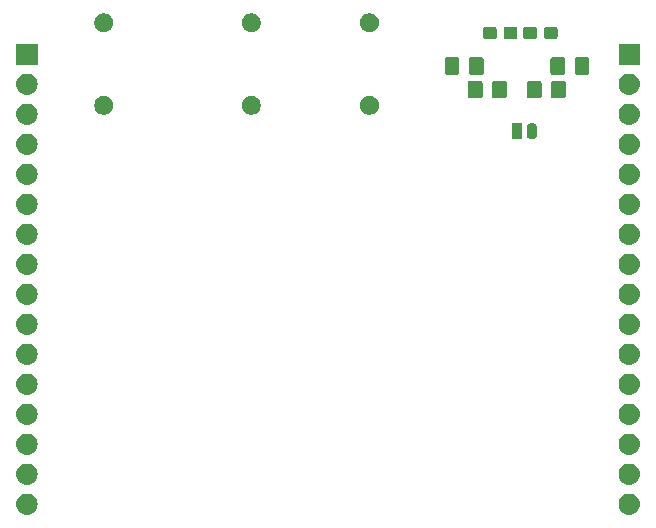
<source format=gbr>
%TF.GenerationSoftware,KiCad,Pcbnew,(5.0.2)-1*%
%TF.CreationDate,2020-07-31T09:38:14+02:00*%
%TF.ProjectId,Multimeter_Watch_Board_V1,4d756c74-696d-4657-9465-725f57617463,rev?*%
%TF.SameCoordinates,Original*%
%TF.FileFunction,Soldermask,Bot*%
%TF.FilePolarity,Negative*%
%FSLAX46Y46*%
G04 Gerber Fmt 4.6, Leading zero omitted, Abs format (unit mm)*
G04 Created by KiCad (PCBNEW (5.0.2)-1) date 31.7.2020 9:38:14*
%MOMM*%
%LPD*%
G01*
G04 APERTURE LIST*
%ADD10C,0.100000*%
G04 APERTURE END LIST*
D10*
G36*
X153176432Y-91213022D02*
X153346081Y-91264485D01*
X153502433Y-91348056D01*
X153639475Y-91460525D01*
X153751944Y-91597567D01*
X153835515Y-91753919D01*
X153886978Y-91923568D01*
X153904354Y-92100000D01*
X153886978Y-92276432D01*
X153835515Y-92446081D01*
X153751944Y-92602433D01*
X153639475Y-92739475D01*
X153502433Y-92851944D01*
X153346081Y-92935515D01*
X153176432Y-92986978D01*
X153044211Y-93000000D01*
X152955789Y-93000000D01*
X152823568Y-92986978D01*
X152653919Y-92935515D01*
X152497567Y-92851944D01*
X152360525Y-92739475D01*
X152248056Y-92602433D01*
X152164485Y-92446081D01*
X152113022Y-92276432D01*
X152095646Y-92100000D01*
X152113022Y-91923568D01*
X152164485Y-91753919D01*
X152248056Y-91597567D01*
X152360525Y-91460525D01*
X152497567Y-91348056D01*
X152653919Y-91264485D01*
X152823568Y-91213022D01*
X152955789Y-91200000D01*
X153044211Y-91200000D01*
X153176432Y-91213022D01*
X153176432Y-91213022D01*
G37*
G36*
X102176432Y-91213022D02*
X102346081Y-91264485D01*
X102502433Y-91348056D01*
X102639475Y-91460525D01*
X102751944Y-91597567D01*
X102835515Y-91753919D01*
X102886978Y-91923568D01*
X102904354Y-92100000D01*
X102886978Y-92276432D01*
X102835515Y-92446081D01*
X102751944Y-92602433D01*
X102639475Y-92739475D01*
X102502433Y-92851944D01*
X102346081Y-92935515D01*
X102176432Y-92986978D01*
X102044211Y-93000000D01*
X101955789Y-93000000D01*
X101823568Y-92986978D01*
X101653919Y-92935515D01*
X101497567Y-92851944D01*
X101360525Y-92739475D01*
X101248056Y-92602433D01*
X101164485Y-92446081D01*
X101113022Y-92276432D01*
X101095646Y-92100000D01*
X101113022Y-91923568D01*
X101164485Y-91753919D01*
X101248056Y-91597567D01*
X101360525Y-91460525D01*
X101497567Y-91348056D01*
X101653919Y-91264485D01*
X101823568Y-91213022D01*
X101955789Y-91200000D01*
X102044211Y-91200000D01*
X102176432Y-91213022D01*
X102176432Y-91213022D01*
G37*
G36*
X153176432Y-88673022D02*
X153346081Y-88724485D01*
X153502433Y-88808056D01*
X153639475Y-88920525D01*
X153751944Y-89057567D01*
X153835515Y-89213919D01*
X153886978Y-89383568D01*
X153904354Y-89560000D01*
X153886978Y-89736432D01*
X153835515Y-89906081D01*
X153751944Y-90062433D01*
X153639475Y-90199475D01*
X153502433Y-90311944D01*
X153346081Y-90395515D01*
X153176432Y-90446978D01*
X153044211Y-90460000D01*
X152955789Y-90460000D01*
X152823568Y-90446978D01*
X152653919Y-90395515D01*
X152497567Y-90311944D01*
X152360525Y-90199475D01*
X152248056Y-90062433D01*
X152164485Y-89906081D01*
X152113022Y-89736432D01*
X152095646Y-89560000D01*
X152113022Y-89383568D01*
X152164485Y-89213919D01*
X152248056Y-89057567D01*
X152360525Y-88920525D01*
X152497567Y-88808056D01*
X152653919Y-88724485D01*
X152823568Y-88673022D01*
X152955789Y-88660000D01*
X153044211Y-88660000D01*
X153176432Y-88673022D01*
X153176432Y-88673022D01*
G37*
G36*
X102176432Y-88673022D02*
X102346081Y-88724485D01*
X102502433Y-88808056D01*
X102639475Y-88920525D01*
X102751944Y-89057567D01*
X102835515Y-89213919D01*
X102886978Y-89383568D01*
X102904354Y-89560000D01*
X102886978Y-89736432D01*
X102835515Y-89906081D01*
X102751944Y-90062433D01*
X102639475Y-90199475D01*
X102502433Y-90311944D01*
X102346081Y-90395515D01*
X102176432Y-90446978D01*
X102044211Y-90460000D01*
X101955789Y-90460000D01*
X101823568Y-90446978D01*
X101653919Y-90395515D01*
X101497567Y-90311944D01*
X101360525Y-90199475D01*
X101248056Y-90062433D01*
X101164485Y-89906081D01*
X101113022Y-89736432D01*
X101095646Y-89560000D01*
X101113022Y-89383568D01*
X101164485Y-89213919D01*
X101248056Y-89057567D01*
X101360525Y-88920525D01*
X101497567Y-88808056D01*
X101653919Y-88724485D01*
X101823568Y-88673022D01*
X101955789Y-88660000D01*
X102044211Y-88660000D01*
X102176432Y-88673022D01*
X102176432Y-88673022D01*
G37*
G36*
X153176432Y-86133022D02*
X153346081Y-86184485D01*
X153502433Y-86268056D01*
X153639475Y-86380525D01*
X153751944Y-86517567D01*
X153835515Y-86673919D01*
X153886978Y-86843568D01*
X153904354Y-87020000D01*
X153886978Y-87196432D01*
X153835515Y-87366081D01*
X153751944Y-87522433D01*
X153639475Y-87659475D01*
X153502433Y-87771944D01*
X153346081Y-87855515D01*
X153176432Y-87906978D01*
X153044211Y-87920000D01*
X152955789Y-87920000D01*
X152823568Y-87906978D01*
X152653919Y-87855515D01*
X152497567Y-87771944D01*
X152360525Y-87659475D01*
X152248056Y-87522433D01*
X152164485Y-87366081D01*
X152113022Y-87196432D01*
X152095646Y-87020000D01*
X152113022Y-86843568D01*
X152164485Y-86673919D01*
X152248056Y-86517567D01*
X152360525Y-86380525D01*
X152497567Y-86268056D01*
X152653919Y-86184485D01*
X152823568Y-86133022D01*
X152955789Y-86120000D01*
X153044211Y-86120000D01*
X153176432Y-86133022D01*
X153176432Y-86133022D01*
G37*
G36*
X102176432Y-86133022D02*
X102346081Y-86184485D01*
X102502433Y-86268056D01*
X102639475Y-86380525D01*
X102751944Y-86517567D01*
X102835515Y-86673919D01*
X102886978Y-86843568D01*
X102904354Y-87020000D01*
X102886978Y-87196432D01*
X102835515Y-87366081D01*
X102751944Y-87522433D01*
X102639475Y-87659475D01*
X102502433Y-87771944D01*
X102346081Y-87855515D01*
X102176432Y-87906978D01*
X102044211Y-87920000D01*
X101955789Y-87920000D01*
X101823568Y-87906978D01*
X101653919Y-87855515D01*
X101497567Y-87771944D01*
X101360525Y-87659475D01*
X101248056Y-87522433D01*
X101164485Y-87366081D01*
X101113022Y-87196432D01*
X101095646Y-87020000D01*
X101113022Y-86843568D01*
X101164485Y-86673919D01*
X101248056Y-86517567D01*
X101360525Y-86380525D01*
X101497567Y-86268056D01*
X101653919Y-86184485D01*
X101823568Y-86133022D01*
X101955789Y-86120000D01*
X102044211Y-86120000D01*
X102176432Y-86133022D01*
X102176432Y-86133022D01*
G37*
G36*
X102176432Y-83593022D02*
X102346081Y-83644485D01*
X102502433Y-83728056D01*
X102639475Y-83840525D01*
X102751944Y-83977567D01*
X102835515Y-84133919D01*
X102886978Y-84303568D01*
X102904354Y-84480000D01*
X102886978Y-84656432D01*
X102835515Y-84826081D01*
X102751944Y-84982433D01*
X102639475Y-85119475D01*
X102502433Y-85231944D01*
X102346081Y-85315515D01*
X102176432Y-85366978D01*
X102044211Y-85380000D01*
X101955789Y-85380000D01*
X101823568Y-85366978D01*
X101653919Y-85315515D01*
X101497567Y-85231944D01*
X101360525Y-85119475D01*
X101248056Y-84982433D01*
X101164485Y-84826081D01*
X101113022Y-84656432D01*
X101095646Y-84480000D01*
X101113022Y-84303568D01*
X101164485Y-84133919D01*
X101248056Y-83977567D01*
X101360525Y-83840525D01*
X101497567Y-83728056D01*
X101653919Y-83644485D01*
X101823568Y-83593022D01*
X101955789Y-83580000D01*
X102044211Y-83580000D01*
X102176432Y-83593022D01*
X102176432Y-83593022D01*
G37*
G36*
X153176432Y-83593022D02*
X153346081Y-83644485D01*
X153502433Y-83728056D01*
X153639475Y-83840525D01*
X153751944Y-83977567D01*
X153835515Y-84133919D01*
X153886978Y-84303568D01*
X153904354Y-84480000D01*
X153886978Y-84656432D01*
X153835515Y-84826081D01*
X153751944Y-84982433D01*
X153639475Y-85119475D01*
X153502433Y-85231944D01*
X153346081Y-85315515D01*
X153176432Y-85366978D01*
X153044211Y-85380000D01*
X152955789Y-85380000D01*
X152823568Y-85366978D01*
X152653919Y-85315515D01*
X152497567Y-85231944D01*
X152360525Y-85119475D01*
X152248056Y-84982433D01*
X152164485Y-84826081D01*
X152113022Y-84656432D01*
X152095646Y-84480000D01*
X152113022Y-84303568D01*
X152164485Y-84133919D01*
X152248056Y-83977567D01*
X152360525Y-83840525D01*
X152497567Y-83728056D01*
X152653919Y-83644485D01*
X152823568Y-83593022D01*
X152955789Y-83580000D01*
X153044211Y-83580000D01*
X153176432Y-83593022D01*
X153176432Y-83593022D01*
G37*
G36*
X102176432Y-81053022D02*
X102346081Y-81104485D01*
X102502433Y-81188056D01*
X102639475Y-81300525D01*
X102751944Y-81437567D01*
X102835515Y-81593919D01*
X102886978Y-81763568D01*
X102904354Y-81940000D01*
X102886978Y-82116432D01*
X102835515Y-82286081D01*
X102751944Y-82442433D01*
X102639475Y-82579475D01*
X102502433Y-82691944D01*
X102346081Y-82775515D01*
X102176432Y-82826978D01*
X102044211Y-82840000D01*
X101955789Y-82840000D01*
X101823568Y-82826978D01*
X101653919Y-82775515D01*
X101497567Y-82691944D01*
X101360525Y-82579475D01*
X101248056Y-82442433D01*
X101164485Y-82286081D01*
X101113022Y-82116432D01*
X101095646Y-81940000D01*
X101113022Y-81763568D01*
X101164485Y-81593919D01*
X101248056Y-81437567D01*
X101360525Y-81300525D01*
X101497567Y-81188056D01*
X101653919Y-81104485D01*
X101823568Y-81053022D01*
X101955789Y-81040000D01*
X102044211Y-81040000D01*
X102176432Y-81053022D01*
X102176432Y-81053022D01*
G37*
G36*
X153176432Y-81053022D02*
X153346081Y-81104485D01*
X153502433Y-81188056D01*
X153639475Y-81300525D01*
X153751944Y-81437567D01*
X153835515Y-81593919D01*
X153886978Y-81763568D01*
X153904354Y-81940000D01*
X153886978Y-82116432D01*
X153835515Y-82286081D01*
X153751944Y-82442433D01*
X153639475Y-82579475D01*
X153502433Y-82691944D01*
X153346081Y-82775515D01*
X153176432Y-82826978D01*
X153044211Y-82840000D01*
X152955789Y-82840000D01*
X152823568Y-82826978D01*
X152653919Y-82775515D01*
X152497567Y-82691944D01*
X152360525Y-82579475D01*
X152248056Y-82442433D01*
X152164485Y-82286081D01*
X152113022Y-82116432D01*
X152095646Y-81940000D01*
X152113022Y-81763568D01*
X152164485Y-81593919D01*
X152248056Y-81437567D01*
X152360525Y-81300525D01*
X152497567Y-81188056D01*
X152653919Y-81104485D01*
X152823568Y-81053022D01*
X152955789Y-81040000D01*
X153044211Y-81040000D01*
X153176432Y-81053022D01*
X153176432Y-81053022D01*
G37*
G36*
X102176432Y-78513022D02*
X102346081Y-78564485D01*
X102502433Y-78648056D01*
X102639475Y-78760525D01*
X102751944Y-78897567D01*
X102835515Y-79053919D01*
X102886978Y-79223568D01*
X102904354Y-79400000D01*
X102886978Y-79576432D01*
X102835515Y-79746081D01*
X102751944Y-79902433D01*
X102639475Y-80039475D01*
X102502433Y-80151944D01*
X102346081Y-80235515D01*
X102176432Y-80286978D01*
X102044211Y-80300000D01*
X101955789Y-80300000D01*
X101823568Y-80286978D01*
X101653919Y-80235515D01*
X101497567Y-80151944D01*
X101360525Y-80039475D01*
X101248056Y-79902433D01*
X101164485Y-79746081D01*
X101113022Y-79576432D01*
X101095646Y-79400000D01*
X101113022Y-79223568D01*
X101164485Y-79053919D01*
X101248056Y-78897567D01*
X101360525Y-78760525D01*
X101497567Y-78648056D01*
X101653919Y-78564485D01*
X101823568Y-78513022D01*
X101955789Y-78500000D01*
X102044211Y-78500000D01*
X102176432Y-78513022D01*
X102176432Y-78513022D01*
G37*
G36*
X153176432Y-78513022D02*
X153346081Y-78564485D01*
X153502433Y-78648056D01*
X153639475Y-78760525D01*
X153751944Y-78897567D01*
X153835515Y-79053919D01*
X153886978Y-79223568D01*
X153904354Y-79400000D01*
X153886978Y-79576432D01*
X153835515Y-79746081D01*
X153751944Y-79902433D01*
X153639475Y-80039475D01*
X153502433Y-80151944D01*
X153346081Y-80235515D01*
X153176432Y-80286978D01*
X153044211Y-80300000D01*
X152955789Y-80300000D01*
X152823568Y-80286978D01*
X152653919Y-80235515D01*
X152497567Y-80151944D01*
X152360525Y-80039475D01*
X152248056Y-79902433D01*
X152164485Y-79746081D01*
X152113022Y-79576432D01*
X152095646Y-79400000D01*
X152113022Y-79223568D01*
X152164485Y-79053919D01*
X152248056Y-78897567D01*
X152360525Y-78760525D01*
X152497567Y-78648056D01*
X152653919Y-78564485D01*
X152823568Y-78513022D01*
X152955789Y-78500000D01*
X153044211Y-78500000D01*
X153176432Y-78513022D01*
X153176432Y-78513022D01*
G37*
G36*
X153176432Y-75973022D02*
X153346081Y-76024485D01*
X153502433Y-76108056D01*
X153639475Y-76220525D01*
X153751944Y-76357567D01*
X153835515Y-76513919D01*
X153886978Y-76683568D01*
X153904354Y-76860000D01*
X153886978Y-77036432D01*
X153835515Y-77206081D01*
X153751944Y-77362433D01*
X153639475Y-77499475D01*
X153502433Y-77611944D01*
X153346081Y-77695515D01*
X153176432Y-77746978D01*
X153044211Y-77760000D01*
X152955789Y-77760000D01*
X152823568Y-77746978D01*
X152653919Y-77695515D01*
X152497567Y-77611944D01*
X152360525Y-77499475D01*
X152248056Y-77362433D01*
X152164485Y-77206081D01*
X152113022Y-77036432D01*
X152095646Y-76860000D01*
X152113022Y-76683568D01*
X152164485Y-76513919D01*
X152248056Y-76357567D01*
X152360525Y-76220525D01*
X152497567Y-76108056D01*
X152653919Y-76024485D01*
X152823568Y-75973022D01*
X152955789Y-75960000D01*
X153044211Y-75960000D01*
X153176432Y-75973022D01*
X153176432Y-75973022D01*
G37*
G36*
X102176432Y-75973022D02*
X102346081Y-76024485D01*
X102502433Y-76108056D01*
X102639475Y-76220525D01*
X102751944Y-76357567D01*
X102835515Y-76513919D01*
X102886978Y-76683568D01*
X102904354Y-76860000D01*
X102886978Y-77036432D01*
X102835515Y-77206081D01*
X102751944Y-77362433D01*
X102639475Y-77499475D01*
X102502433Y-77611944D01*
X102346081Y-77695515D01*
X102176432Y-77746978D01*
X102044211Y-77760000D01*
X101955789Y-77760000D01*
X101823568Y-77746978D01*
X101653919Y-77695515D01*
X101497567Y-77611944D01*
X101360525Y-77499475D01*
X101248056Y-77362433D01*
X101164485Y-77206081D01*
X101113022Y-77036432D01*
X101095646Y-76860000D01*
X101113022Y-76683568D01*
X101164485Y-76513919D01*
X101248056Y-76357567D01*
X101360525Y-76220525D01*
X101497567Y-76108056D01*
X101653919Y-76024485D01*
X101823568Y-75973022D01*
X101955789Y-75960000D01*
X102044211Y-75960000D01*
X102176432Y-75973022D01*
X102176432Y-75973022D01*
G37*
G36*
X153176432Y-73433022D02*
X153346081Y-73484485D01*
X153502433Y-73568056D01*
X153639475Y-73680525D01*
X153751944Y-73817567D01*
X153835515Y-73973919D01*
X153886978Y-74143568D01*
X153904354Y-74320000D01*
X153886978Y-74496432D01*
X153835515Y-74666081D01*
X153751944Y-74822433D01*
X153639475Y-74959475D01*
X153502433Y-75071944D01*
X153346081Y-75155515D01*
X153176432Y-75206978D01*
X153044211Y-75220000D01*
X152955789Y-75220000D01*
X152823568Y-75206978D01*
X152653919Y-75155515D01*
X152497567Y-75071944D01*
X152360525Y-74959475D01*
X152248056Y-74822433D01*
X152164485Y-74666081D01*
X152113022Y-74496432D01*
X152095646Y-74320000D01*
X152113022Y-74143568D01*
X152164485Y-73973919D01*
X152248056Y-73817567D01*
X152360525Y-73680525D01*
X152497567Y-73568056D01*
X152653919Y-73484485D01*
X152823568Y-73433022D01*
X152955789Y-73420000D01*
X153044211Y-73420000D01*
X153176432Y-73433022D01*
X153176432Y-73433022D01*
G37*
G36*
X102176432Y-73433022D02*
X102346081Y-73484485D01*
X102502433Y-73568056D01*
X102639475Y-73680525D01*
X102751944Y-73817567D01*
X102835515Y-73973919D01*
X102886978Y-74143568D01*
X102904354Y-74320000D01*
X102886978Y-74496432D01*
X102835515Y-74666081D01*
X102751944Y-74822433D01*
X102639475Y-74959475D01*
X102502433Y-75071944D01*
X102346081Y-75155515D01*
X102176432Y-75206978D01*
X102044211Y-75220000D01*
X101955789Y-75220000D01*
X101823568Y-75206978D01*
X101653919Y-75155515D01*
X101497567Y-75071944D01*
X101360525Y-74959475D01*
X101248056Y-74822433D01*
X101164485Y-74666081D01*
X101113022Y-74496432D01*
X101095646Y-74320000D01*
X101113022Y-74143568D01*
X101164485Y-73973919D01*
X101248056Y-73817567D01*
X101360525Y-73680525D01*
X101497567Y-73568056D01*
X101653919Y-73484485D01*
X101823568Y-73433022D01*
X101955789Y-73420000D01*
X102044211Y-73420000D01*
X102176432Y-73433022D01*
X102176432Y-73433022D01*
G37*
G36*
X153176432Y-70893022D02*
X153346081Y-70944485D01*
X153502433Y-71028056D01*
X153639475Y-71140525D01*
X153751944Y-71277567D01*
X153835515Y-71433919D01*
X153886978Y-71603568D01*
X153904354Y-71780000D01*
X153886978Y-71956432D01*
X153835515Y-72126081D01*
X153751944Y-72282433D01*
X153639475Y-72419475D01*
X153502433Y-72531944D01*
X153346081Y-72615515D01*
X153176432Y-72666978D01*
X153044211Y-72680000D01*
X152955789Y-72680000D01*
X152823568Y-72666978D01*
X152653919Y-72615515D01*
X152497567Y-72531944D01*
X152360525Y-72419475D01*
X152248056Y-72282433D01*
X152164485Y-72126081D01*
X152113022Y-71956432D01*
X152095646Y-71780000D01*
X152113022Y-71603568D01*
X152164485Y-71433919D01*
X152248056Y-71277567D01*
X152360525Y-71140525D01*
X152497567Y-71028056D01*
X152653919Y-70944485D01*
X152823568Y-70893022D01*
X152955789Y-70880000D01*
X153044211Y-70880000D01*
X153176432Y-70893022D01*
X153176432Y-70893022D01*
G37*
G36*
X102176432Y-70893022D02*
X102346081Y-70944485D01*
X102502433Y-71028056D01*
X102639475Y-71140525D01*
X102751944Y-71277567D01*
X102835515Y-71433919D01*
X102886978Y-71603568D01*
X102904354Y-71780000D01*
X102886978Y-71956432D01*
X102835515Y-72126081D01*
X102751944Y-72282433D01*
X102639475Y-72419475D01*
X102502433Y-72531944D01*
X102346081Y-72615515D01*
X102176432Y-72666978D01*
X102044211Y-72680000D01*
X101955789Y-72680000D01*
X101823568Y-72666978D01*
X101653919Y-72615515D01*
X101497567Y-72531944D01*
X101360525Y-72419475D01*
X101248056Y-72282433D01*
X101164485Y-72126081D01*
X101113022Y-71956432D01*
X101095646Y-71780000D01*
X101113022Y-71603568D01*
X101164485Y-71433919D01*
X101248056Y-71277567D01*
X101360525Y-71140525D01*
X101497567Y-71028056D01*
X101653919Y-70944485D01*
X101823568Y-70893022D01*
X101955789Y-70880000D01*
X102044211Y-70880000D01*
X102176432Y-70893022D01*
X102176432Y-70893022D01*
G37*
G36*
X153176432Y-68353022D02*
X153346081Y-68404485D01*
X153502433Y-68488056D01*
X153639475Y-68600525D01*
X153751944Y-68737567D01*
X153835515Y-68893919D01*
X153886978Y-69063568D01*
X153904354Y-69240000D01*
X153886978Y-69416432D01*
X153835515Y-69586081D01*
X153751944Y-69742433D01*
X153639475Y-69879475D01*
X153502433Y-69991944D01*
X153346081Y-70075515D01*
X153176432Y-70126978D01*
X153044211Y-70140000D01*
X152955789Y-70140000D01*
X152823568Y-70126978D01*
X152653919Y-70075515D01*
X152497567Y-69991944D01*
X152360525Y-69879475D01*
X152248056Y-69742433D01*
X152164485Y-69586081D01*
X152113022Y-69416432D01*
X152095646Y-69240000D01*
X152113022Y-69063568D01*
X152164485Y-68893919D01*
X152248056Y-68737567D01*
X152360525Y-68600525D01*
X152497567Y-68488056D01*
X152653919Y-68404485D01*
X152823568Y-68353022D01*
X152955789Y-68340000D01*
X153044211Y-68340000D01*
X153176432Y-68353022D01*
X153176432Y-68353022D01*
G37*
G36*
X102176432Y-68353022D02*
X102346081Y-68404485D01*
X102502433Y-68488056D01*
X102639475Y-68600525D01*
X102751944Y-68737567D01*
X102835515Y-68893919D01*
X102886978Y-69063568D01*
X102904354Y-69240000D01*
X102886978Y-69416432D01*
X102835515Y-69586081D01*
X102751944Y-69742433D01*
X102639475Y-69879475D01*
X102502433Y-69991944D01*
X102346081Y-70075515D01*
X102176432Y-70126978D01*
X102044211Y-70140000D01*
X101955789Y-70140000D01*
X101823568Y-70126978D01*
X101653919Y-70075515D01*
X101497567Y-69991944D01*
X101360525Y-69879475D01*
X101248056Y-69742433D01*
X101164485Y-69586081D01*
X101113022Y-69416432D01*
X101095646Y-69240000D01*
X101113022Y-69063568D01*
X101164485Y-68893919D01*
X101248056Y-68737567D01*
X101360525Y-68600525D01*
X101497567Y-68488056D01*
X101653919Y-68404485D01*
X101823568Y-68353022D01*
X101955789Y-68340000D01*
X102044211Y-68340000D01*
X102176432Y-68353022D01*
X102176432Y-68353022D01*
G37*
G36*
X153176432Y-65813022D02*
X153346081Y-65864485D01*
X153502433Y-65948056D01*
X153639475Y-66060525D01*
X153751944Y-66197567D01*
X153835515Y-66353919D01*
X153886978Y-66523568D01*
X153904354Y-66700000D01*
X153886978Y-66876432D01*
X153835515Y-67046081D01*
X153751944Y-67202433D01*
X153639475Y-67339475D01*
X153502433Y-67451944D01*
X153346081Y-67535515D01*
X153176432Y-67586978D01*
X153044211Y-67600000D01*
X152955789Y-67600000D01*
X152823568Y-67586978D01*
X152653919Y-67535515D01*
X152497567Y-67451944D01*
X152360525Y-67339475D01*
X152248056Y-67202433D01*
X152164485Y-67046081D01*
X152113022Y-66876432D01*
X152095646Y-66700000D01*
X152113022Y-66523568D01*
X152164485Y-66353919D01*
X152248056Y-66197567D01*
X152360525Y-66060525D01*
X152497567Y-65948056D01*
X152653919Y-65864485D01*
X152823568Y-65813022D01*
X152955789Y-65800000D01*
X153044211Y-65800000D01*
X153176432Y-65813022D01*
X153176432Y-65813022D01*
G37*
G36*
X102176432Y-65813022D02*
X102346081Y-65864485D01*
X102502433Y-65948056D01*
X102639475Y-66060525D01*
X102751944Y-66197567D01*
X102835515Y-66353919D01*
X102886978Y-66523568D01*
X102904354Y-66700000D01*
X102886978Y-66876432D01*
X102835515Y-67046081D01*
X102751944Y-67202433D01*
X102639475Y-67339475D01*
X102502433Y-67451944D01*
X102346081Y-67535515D01*
X102176432Y-67586978D01*
X102044211Y-67600000D01*
X101955789Y-67600000D01*
X101823568Y-67586978D01*
X101653919Y-67535515D01*
X101497567Y-67451944D01*
X101360525Y-67339475D01*
X101248056Y-67202433D01*
X101164485Y-67046081D01*
X101113022Y-66876432D01*
X101095646Y-66700000D01*
X101113022Y-66523568D01*
X101164485Y-66353919D01*
X101248056Y-66197567D01*
X101360525Y-66060525D01*
X101497567Y-65948056D01*
X101653919Y-65864485D01*
X101823568Y-65813022D01*
X101955789Y-65800000D01*
X102044211Y-65800000D01*
X102176432Y-65813022D01*
X102176432Y-65813022D01*
G37*
G36*
X153176432Y-63273022D02*
X153346081Y-63324485D01*
X153502433Y-63408056D01*
X153639475Y-63520525D01*
X153751944Y-63657567D01*
X153835515Y-63813919D01*
X153886978Y-63983568D01*
X153904354Y-64160000D01*
X153886978Y-64336432D01*
X153835515Y-64506081D01*
X153751944Y-64662433D01*
X153639475Y-64799475D01*
X153502433Y-64911944D01*
X153346081Y-64995515D01*
X153176432Y-65046978D01*
X153044211Y-65060000D01*
X152955789Y-65060000D01*
X152823568Y-65046978D01*
X152653919Y-64995515D01*
X152497567Y-64911944D01*
X152360525Y-64799475D01*
X152248056Y-64662433D01*
X152164485Y-64506081D01*
X152113022Y-64336432D01*
X152095646Y-64160000D01*
X152113022Y-63983568D01*
X152164485Y-63813919D01*
X152248056Y-63657567D01*
X152360525Y-63520525D01*
X152497567Y-63408056D01*
X152653919Y-63324485D01*
X152823568Y-63273022D01*
X152955789Y-63260000D01*
X153044211Y-63260000D01*
X153176432Y-63273022D01*
X153176432Y-63273022D01*
G37*
G36*
X102176432Y-63273022D02*
X102346081Y-63324485D01*
X102502433Y-63408056D01*
X102639475Y-63520525D01*
X102751944Y-63657567D01*
X102835515Y-63813919D01*
X102886978Y-63983568D01*
X102904354Y-64160000D01*
X102886978Y-64336432D01*
X102835515Y-64506081D01*
X102751944Y-64662433D01*
X102639475Y-64799475D01*
X102502433Y-64911944D01*
X102346081Y-64995515D01*
X102176432Y-65046978D01*
X102044211Y-65060000D01*
X101955789Y-65060000D01*
X101823568Y-65046978D01*
X101653919Y-64995515D01*
X101497567Y-64911944D01*
X101360525Y-64799475D01*
X101248056Y-64662433D01*
X101164485Y-64506081D01*
X101113022Y-64336432D01*
X101095646Y-64160000D01*
X101113022Y-63983568D01*
X101164485Y-63813919D01*
X101248056Y-63657567D01*
X101360525Y-63520525D01*
X101497567Y-63408056D01*
X101653919Y-63324485D01*
X101823568Y-63273022D01*
X101955789Y-63260000D01*
X102044211Y-63260000D01*
X102176432Y-63273022D01*
X102176432Y-63273022D01*
G37*
G36*
X153176432Y-60733022D02*
X153346081Y-60784485D01*
X153502433Y-60868056D01*
X153639475Y-60980525D01*
X153751944Y-61117567D01*
X153835515Y-61273919D01*
X153886978Y-61443568D01*
X153904354Y-61620000D01*
X153886978Y-61796432D01*
X153835515Y-61966081D01*
X153751944Y-62122433D01*
X153639475Y-62259475D01*
X153502433Y-62371944D01*
X153346081Y-62455515D01*
X153176432Y-62506978D01*
X153044211Y-62520000D01*
X152955789Y-62520000D01*
X152823568Y-62506978D01*
X152653919Y-62455515D01*
X152497567Y-62371944D01*
X152360525Y-62259475D01*
X152248056Y-62122433D01*
X152164485Y-61966081D01*
X152113022Y-61796432D01*
X152095646Y-61620000D01*
X152113022Y-61443568D01*
X152164485Y-61273919D01*
X152248056Y-61117567D01*
X152360525Y-60980525D01*
X152497567Y-60868056D01*
X152653919Y-60784485D01*
X152823568Y-60733022D01*
X152955789Y-60720000D01*
X153044211Y-60720000D01*
X153176432Y-60733022D01*
X153176432Y-60733022D01*
G37*
G36*
X102176432Y-60733022D02*
X102346081Y-60784485D01*
X102502433Y-60868056D01*
X102639475Y-60980525D01*
X102751944Y-61117567D01*
X102835515Y-61273919D01*
X102886978Y-61443568D01*
X102904354Y-61620000D01*
X102886978Y-61796432D01*
X102835515Y-61966081D01*
X102751944Y-62122433D01*
X102639475Y-62259475D01*
X102502433Y-62371944D01*
X102346081Y-62455515D01*
X102176432Y-62506978D01*
X102044211Y-62520000D01*
X101955789Y-62520000D01*
X101823568Y-62506978D01*
X101653919Y-62455515D01*
X101497567Y-62371944D01*
X101360525Y-62259475D01*
X101248056Y-62122433D01*
X101164485Y-61966081D01*
X101113022Y-61796432D01*
X101095646Y-61620000D01*
X101113022Y-61443568D01*
X101164485Y-61273919D01*
X101248056Y-61117567D01*
X101360525Y-60980525D01*
X101497567Y-60868056D01*
X101653919Y-60784485D01*
X101823568Y-60733022D01*
X101955789Y-60720000D01*
X102044211Y-60720000D01*
X102176432Y-60733022D01*
X102176432Y-60733022D01*
G37*
G36*
X144838214Y-59806511D02*
X144873210Y-59817127D01*
X144923041Y-59832243D01*
X145001216Y-59874029D01*
X145069738Y-59930262D01*
X145125971Y-59998783D01*
X145167757Y-60076958D01*
X145193489Y-60161786D01*
X145200000Y-60227894D01*
X145200000Y-60772106D01*
X145193489Y-60838214D01*
X145167757Y-60923042D01*
X145125971Y-61001217D01*
X145069738Y-61069738D01*
X145001217Y-61125971D01*
X144923042Y-61167757D01*
X144908685Y-61172112D01*
X144838215Y-61193489D01*
X144750000Y-61202177D01*
X144661786Y-61193489D01*
X144591316Y-61172112D01*
X144576959Y-61167757D01*
X144498784Y-61125971D01*
X144430263Y-61069738D01*
X144374029Y-61001215D01*
X144332244Y-60923043D01*
X144306511Y-60838214D01*
X144300000Y-60772106D01*
X144300000Y-60227895D01*
X144306511Y-60161787D01*
X144306512Y-60161785D01*
X144332243Y-60076960D01*
X144332243Y-60076959D01*
X144374029Y-59998784D01*
X144430262Y-59930262D01*
X144498783Y-59874029D01*
X144576958Y-59832243D01*
X144626789Y-59817127D01*
X144661785Y-59806511D01*
X144750000Y-59797823D01*
X144838214Y-59806511D01*
X144838214Y-59806511D01*
G37*
G36*
X143819083Y-59803715D02*
X143849454Y-59812928D01*
X143877443Y-59827888D01*
X143901977Y-59848023D01*
X143922112Y-59872557D01*
X143937072Y-59900546D01*
X143946285Y-59930917D01*
X143950000Y-59968640D01*
X143950000Y-61031360D01*
X143946285Y-61069083D01*
X143937072Y-61099454D01*
X143922112Y-61127443D01*
X143901977Y-61151977D01*
X143877443Y-61172112D01*
X143849454Y-61187072D01*
X143819083Y-61196285D01*
X143781360Y-61200000D01*
X143218640Y-61200000D01*
X143180917Y-61196285D01*
X143150546Y-61187072D01*
X143122557Y-61172112D01*
X143098023Y-61151977D01*
X143077888Y-61127443D01*
X143062928Y-61099454D01*
X143053715Y-61069083D01*
X143050000Y-61031360D01*
X143050000Y-59968640D01*
X143053715Y-59930917D01*
X143062928Y-59900546D01*
X143077888Y-59872557D01*
X143098023Y-59848023D01*
X143122557Y-59827888D01*
X143150546Y-59812928D01*
X143180917Y-59803715D01*
X143218640Y-59800000D01*
X143781360Y-59800000D01*
X143819083Y-59803715D01*
X143819083Y-59803715D01*
G37*
G36*
X153176432Y-58193022D02*
X153346081Y-58244485D01*
X153502433Y-58328056D01*
X153639475Y-58440525D01*
X153751944Y-58577567D01*
X153835515Y-58733919D01*
X153886978Y-58903568D01*
X153904354Y-59080000D01*
X153886978Y-59256432D01*
X153835515Y-59426081D01*
X153751944Y-59582433D01*
X153639475Y-59719475D01*
X153502433Y-59831944D01*
X153346081Y-59915515D01*
X153176432Y-59966978D01*
X153044211Y-59980000D01*
X152955789Y-59980000D01*
X152823568Y-59966978D01*
X152653919Y-59915515D01*
X152497567Y-59831944D01*
X152360525Y-59719475D01*
X152248056Y-59582433D01*
X152164485Y-59426081D01*
X152113022Y-59256432D01*
X152095646Y-59080000D01*
X152113022Y-58903568D01*
X152164485Y-58733919D01*
X152248056Y-58577567D01*
X152360525Y-58440525D01*
X152497567Y-58328056D01*
X152653919Y-58244485D01*
X152823568Y-58193022D01*
X152955789Y-58180000D01*
X153044211Y-58180000D01*
X153176432Y-58193022D01*
X153176432Y-58193022D01*
G37*
G36*
X102176432Y-58193022D02*
X102346081Y-58244485D01*
X102502433Y-58328056D01*
X102639475Y-58440525D01*
X102751944Y-58577567D01*
X102835515Y-58733919D01*
X102886978Y-58903568D01*
X102904354Y-59080000D01*
X102886978Y-59256432D01*
X102835515Y-59426081D01*
X102751944Y-59582433D01*
X102639475Y-59719475D01*
X102502433Y-59831944D01*
X102346081Y-59915515D01*
X102176432Y-59966978D01*
X102044211Y-59980000D01*
X101955789Y-59980000D01*
X101823568Y-59966978D01*
X101653919Y-59915515D01*
X101497567Y-59831944D01*
X101360525Y-59719475D01*
X101248056Y-59582433D01*
X101164485Y-59426081D01*
X101113022Y-59256432D01*
X101095646Y-59080000D01*
X101113022Y-58903568D01*
X101164485Y-58733919D01*
X101248056Y-58577567D01*
X101360525Y-58440525D01*
X101497567Y-58328056D01*
X101653919Y-58244485D01*
X101823568Y-58193022D01*
X101955789Y-58180000D01*
X102044211Y-58180000D01*
X102176432Y-58193022D01*
X102176432Y-58193022D01*
G37*
G36*
X108733352Y-57555743D02*
X108878941Y-57616048D01*
X109009973Y-57703601D01*
X109121399Y-57815027D01*
X109208952Y-57946059D01*
X109269257Y-58091648D01*
X109300000Y-58246205D01*
X109300000Y-58403795D01*
X109269257Y-58558352D01*
X109208952Y-58703941D01*
X109121399Y-58834973D01*
X109009973Y-58946399D01*
X108878941Y-59033952D01*
X108733352Y-59094257D01*
X108578795Y-59125000D01*
X108421205Y-59125000D01*
X108266648Y-59094257D01*
X108121059Y-59033952D01*
X107990027Y-58946399D01*
X107878601Y-58834973D01*
X107791048Y-58703941D01*
X107730743Y-58558352D01*
X107700000Y-58403795D01*
X107700000Y-58246205D01*
X107730743Y-58091648D01*
X107791048Y-57946059D01*
X107878601Y-57815027D01*
X107990027Y-57703601D01*
X108121059Y-57616048D01*
X108266648Y-57555743D01*
X108421205Y-57525000D01*
X108578795Y-57525000D01*
X108733352Y-57555743D01*
X108733352Y-57555743D01*
G37*
G36*
X131233352Y-57555743D02*
X131378941Y-57616048D01*
X131509973Y-57703601D01*
X131621399Y-57815027D01*
X131708952Y-57946059D01*
X131769257Y-58091648D01*
X131800000Y-58246205D01*
X131800000Y-58403795D01*
X131769257Y-58558352D01*
X131708952Y-58703941D01*
X131621399Y-58834973D01*
X131509973Y-58946399D01*
X131378941Y-59033952D01*
X131233352Y-59094257D01*
X131078795Y-59125000D01*
X130921205Y-59125000D01*
X130766648Y-59094257D01*
X130621059Y-59033952D01*
X130490027Y-58946399D01*
X130378601Y-58834973D01*
X130291048Y-58703941D01*
X130230743Y-58558352D01*
X130200000Y-58403795D01*
X130200000Y-58246205D01*
X130230743Y-58091648D01*
X130291048Y-57946059D01*
X130378601Y-57815027D01*
X130490027Y-57703601D01*
X130621059Y-57616048D01*
X130766648Y-57555743D01*
X130921205Y-57525000D01*
X131078795Y-57525000D01*
X131233352Y-57555743D01*
X131233352Y-57555743D01*
G37*
G36*
X121233352Y-57555743D02*
X121378941Y-57616048D01*
X121509973Y-57703601D01*
X121621399Y-57815027D01*
X121708952Y-57946059D01*
X121769257Y-58091648D01*
X121800000Y-58246205D01*
X121800000Y-58403795D01*
X121769257Y-58558352D01*
X121708952Y-58703941D01*
X121621399Y-58834973D01*
X121509973Y-58946399D01*
X121378941Y-59033952D01*
X121233352Y-59094257D01*
X121078795Y-59125000D01*
X120921205Y-59125000D01*
X120766648Y-59094257D01*
X120621059Y-59033952D01*
X120490027Y-58946399D01*
X120378601Y-58834973D01*
X120291048Y-58703941D01*
X120230743Y-58558352D01*
X120200000Y-58403795D01*
X120200000Y-58246205D01*
X120230743Y-58091648D01*
X120291048Y-57946059D01*
X120378601Y-57815027D01*
X120490027Y-57703601D01*
X120621059Y-57616048D01*
X120766648Y-57555743D01*
X120921205Y-57525000D01*
X121078795Y-57525000D01*
X121233352Y-57555743D01*
X121233352Y-57555743D01*
G37*
G36*
X140413024Y-56254457D02*
X140450635Y-56265866D01*
X140485299Y-56284394D01*
X140515676Y-56309324D01*
X140540606Y-56339701D01*
X140559134Y-56374365D01*
X140570543Y-56411976D01*
X140575000Y-56457227D01*
X140575000Y-57542773D01*
X140570543Y-57588024D01*
X140559134Y-57625635D01*
X140540606Y-57660299D01*
X140515676Y-57690676D01*
X140485299Y-57715606D01*
X140450635Y-57734134D01*
X140413024Y-57745543D01*
X140367773Y-57750000D01*
X139532227Y-57750000D01*
X139486976Y-57745543D01*
X139449365Y-57734134D01*
X139414701Y-57715606D01*
X139384324Y-57690676D01*
X139359394Y-57660299D01*
X139340866Y-57625635D01*
X139329457Y-57588024D01*
X139325000Y-57542773D01*
X139325000Y-56457227D01*
X139329457Y-56411976D01*
X139340866Y-56374365D01*
X139359394Y-56339701D01*
X139384324Y-56309324D01*
X139414701Y-56284394D01*
X139449365Y-56265866D01*
X139486976Y-56254457D01*
X139532227Y-56250000D01*
X140367773Y-56250000D01*
X140413024Y-56254457D01*
X140413024Y-56254457D01*
G37*
G36*
X142463024Y-56254457D02*
X142500635Y-56265866D01*
X142535299Y-56284394D01*
X142565676Y-56309324D01*
X142590606Y-56339701D01*
X142609134Y-56374365D01*
X142620543Y-56411976D01*
X142625000Y-56457227D01*
X142625000Y-57542773D01*
X142620543Y-57588024D01*
X142609134Y-57625635D01*
X142590606Y-57660299D01*
X142565676Y-57690676D01*
X142535299Y-57715606D01*
X142500635Y-57734134D01*
X142463024Y-57745543D01*
X142417773Y-57750000D01*
X141582227Y-57750000D01*
X141536976Y-57745543D01*
X141499365Y-57734134D01*
X141464701Y-57715606D01*
X141434324Y-57690676D01*
X141409394Y-57660299D01*
X141390866Y-57625635D01*
X141379457Y-57588024D01*
X141375000Y-57542773D01*
X141375000Y-56457227D01*
X141379457Y-56411976D01*
X141390866Y-56374365D01*
X141409394Y-56339701D01*
X141434324Y-56309324D01*
X141464701Y-56284394D01*
X141499365Y-56265866D01*
X141536976Y-56254457D01*
X141582227Y-56250000D01*
X142417773Y-56250000D01*
X142463024Y-56254457D01*
X142463024Y-56254457D01*
G37*
G36*
X145413024Y-56254457D02*
X145450635Y-56265866D01*
X145485299Y-56284394D01*
X145515676Y-56309324D01*
X145540606Y-56339701D01*
X145559134Y-56374365D01*
X145570543Y-56411976D01*
X145575000Y-56457227D01*
X145575000Y-57542773D01*
X145570543Y-57588024D01*
X145559134Y-57625635D01*
X145540606Y-57660299D01*
X145515676Y-57690676D01*
X145485299Y-57715606D01*
X145450635Y-57734134D01*
X145413024Y-57745543D01*
X145367773Y-57750000D01*
X144532227Y-57750000D01*
X144486976Y-57745543D01*
X144449365Y-57734134D01*
X144414701Y-57715606D01*
X144384324Y-57690676D01*
X144359394Y-57660299D01*
X144340866Y-57625635D01*
X144329457Y-57588024D01*
X144325000Y-57542773D01*
X144325000Y-56457227D01*
X144329457Y-56411976D01*
X144340866Y-56374365D01*
X144359394Y-56339701D01*
X144384324Y-56309324D01*
X144414701Y-56284394D01*
X144449365Y-56265866D01*
X144486976Y-56254457D01*
X144532227Y-56250000D01*
X145367773Y-56250000D01*
X145413024Y-56254457D01*
X145413024Y-56254457D01*
G37*
G36*
X147463024Y-56254457D02*
X147500635Y-56265866D01*
X147535299Y-56284394D01*
X147565676Y-56309324D01*
X147590606Y-56339701D01*
X147609134Y-56374365D01*
X147620543Y-56411976D01*
X147625000Y-56457227D01*
X147625000Y-57542773D01*
X147620543Y-57588024D01*
X147609134Y-57625635D01*
X147590606Y-57660299D01*
X147565676Y-57690676D01*
X147535299Y-57715606D01*
X147500635Y-57734134D01*
X147463024Y-57745543D01*
X147417773Y-57750000D01*
X146582227Y-57750000D01*
X146536976Y-57745543D01*
X146499365Y-57734134D01*
X146464701Y-57715606D01*
X146434324Y-57690676D01*
X146409394Y-57660299D01*
X146390866Y-57625635D01*
X146379457Y-57588024D01*
X146375000Y-57542773D01*
X146375000Y-56457227D01*
X146379457Y-56411976D01*
X146390866Y-56374365D01*
X146409394Y-56339701D01*
X146434324Y-56309324D01*
X146464701Y-56284394D01*
X146499365Y-56265866D01*
X146536976Y-56254457D01*
X146582227Y-56250000D01*
X147417773Y-56250000D01*
X147463024Y-56254457D01*
X147463024Y-56254457D01*
G37*
G36*
X153176432Y-55653022D02*
X153346081Y-55704485D01*
X153502433Y-55788056D01*
X153639475Y-55900525D01*
X153751944Y-56037567D01*
X153835515Y-56193919D01*
X153886978Y-56363568D01*
X153904354Y-56540000D01*
X153886978Y-56716432D01*
X153835515Y-56886081D01*
X153751944Y-57042433D01*
X153639475Y-57179475D01*
X153502433Y-57291944D01*
X153346081Y-57375515D01*
X153176432Y-57426978D01*
X153044211Y-57440000D01*
X152955789Y-57440000D01*
X152823568Y-57426978D01*
X152653919Y-57375515D01*
X152497567Y-57291944D01*
X152360525Y-57179475D01*
X152248056Y-57042433D01*
X152164485Y-56886081D01*
X152113022Y-56716432D01*
X152095646Y-56540000D01*
X152113022Y-56363568D01*
X152164485Y-56193919D01*
X152248056Y-56037567D01*
X152360525Y-55900525D01*
X152497567Y-55788056D01*
X152653919Y-55704485D01*
X152823568Y-55653022D01*
X152955789Y-55640000D01*
X153044211Y-55640000D01*
X153176432Y-55653022D01*
X153176432Y-55653022D01*
G37*
G36*
X102176432Y-55653022D02*
X102346081Y-55704485D01*
X102502433Y-55788056D01*
X102639475Y-55900525D01*
X102751944Y-56037567D01*
X102835515Y-56193919D01*
X102886978Y-56363568D01*
X102904354Y-56540000D01*
X102886978Y-56716432D01*
X102835515Y-56886081D01*
X102751944Y-57042433D01*
X102639475Y-57179475D01*
X102502433Y-57291944D01*
X102346081Y-57375515D01*
X102176432Y-57426978D01*
X102044211Y-57440000D01*
X101955789Y-57440000D01*
X101823568Y-57426978D01*
X101653919Y-57375515D01*
X101497567Y-57291944D01*
X101360525Y-57179475D01*
X101248056Y-57042433D01*
X101164485Y-56886081D01*
X101113022Y-56716432D01*
X101095646Y-56540000D01*
X101113022Y-56363568D01*
X101164485Y-56193919D01*
X101248056Y-56037567D01*
X101360525Y-55900525D01*
X101497567Y-55788056D01*
X101653919Y-55704485D01*
X101823568Y-55653022D01*
X101955789Y-55640000D01*
X102044211Y-55640000D01*
X102176432Y-55653022D01*
X102176432Y-55653022D01*
G37*
G36*
X140513023Y-54254457D02*
X140550634Y-54265866D01*
X140585298Y-54284394D01*
X140615675Y-54309324D01*
X140640605Y-54339701D01*
X140659133Y-54374365D01*
X140670542Y-54411976D01*
X140674999Y-54457227D01*
X140674999Y-55542773D01*
X140670542Y-55588024D01*
X140659133Y-55625635D01*
X140640605Y-55660299D01*
X140615675Y-55690676D01*
X140585298Y-55715606D01*
X140550634Y-55734134D01*
X140513023Y-55745543D01*
X140467772Y-55750000D01*
X139632226Y-55750000D01*
X139586975Y-55745543D01*
X139549364Y-55734134D01*
X139514700Y-55715606D01*
X139484323Y-55690676D01*
X139459393Y-55660299D01*
X139440865Y-55625635D01*
X139429456Y-55588024D01*
X139424999Y-55542773D01*
X139424999Y-54457227D01*
X139429456Y-54411976D01*
X139440865Y-54374365D01*
X139459393Y-54339701D01*
X139484323Y-54309324D01*
X139514700Y-54284394D01*
X139549364Y-54265866D01*
X139586975Y-54254457D01*
X139632226Y-54250000D01*
X140467772Y-54250000D01*
X140513023Y-54254457D01*
X140513023Y-54254457D01*
G37*
G36*
X149463025Y-54254457D02*
X149500636Y-54265866D01*
X149535300Y-54284394D01*
X149565677Y-54309324D01*
X149590607Y-54339701D01*
X149609135Y-54374365D01*
X149620544Y-54411976D01*
X149625001Y-54457227D01*
X149625001Y-55542773D01*
X149620544Y-55588024D01*
X149609135Y-55625635D01*
X149590607Y-55660299D01*
X149565677Y-55690676D01*
X149535300Y-55715606D01*
X149500636Y-55734134D01*
X149463025Y-55745543D01*
X149417774Y-55750000D01*
X148582228Y-55750000D01*
X148536977Y-55745543D01*
X148499366Y-55734134D01*
X148464702Y-55715606D01*
X148434325Y-55690676D01*
X148409395Y-55660299D01*
X148390867Y-55625635D01*
X148379458Y-55588024D01*
X148375001Y-55542773D01*
X148375001Y-54457227D01*
X148379458Y-54411976D01*
X148390867Y-54374365D01*
X148409395Y-54339701D01*
X148434325Y-54309324D01*
X148464702Y-54284394D01*
X148499366Y-54265866D01*
X148536977Y-54254457D01*
X148582228Y-54250000D01*
X149417774Y-54250000D01*
X149463025Y-54254457D01*
X149463025Y-54254457D01*
G37*
G36*
X147413025Y-54254457D02*
X147450636Y-54265866D01*
X147485300Y-54284394D01*
X147515677Y-54309324D01*
X147540607Y-54339701D01*
X147559135Y-54374365D01*
X147570544Y-54411976D01*
X147575001Y-54457227D01*
X147575001Y-55542773D01*
X147570544Y-55588024D01*
X147559135Y-55625635D01*
X147540607Y-55660299D01*
X147515677Y-55690676D01*
X147485300Y-55715606D01*
X147450636Y-55734134D01*
X147413025Y-55745543D01*
X147367774Y-55750000D01*
X146532228Y-55750000D01*
X146486977Y-55745543D01*
X146449366Y-55734134D01*
X146414702Y-55715606D01*
X146384325Y-55690676D01*
X146359395Y-55660299D01*
X146340867Y-55625635D01*
X146329458Y-55588024D01*
X146325001Y-55542773D01*
X146325001Y-54457227D01*
X146329458Y-54411976D01*
X146340867Y-54374365D01*
X146359395Y-54339701D01*
X146384325Y-54309324D01*
X146414702Y-54284394D01*
X146449366Y-54265866D01*
X146486977Y-54254457D01*
X146532228Y-54250000D01*
X147367774Y-54250000D01*
X147413025Y-54254457D01*
X147413025Y-54254457D01*
G37*
G36*
X138463023Y-54254457D02*
X138500634Y-54265866D01*
X138535298Y-54284394D01*
X138565675Y-54309324D01*
X138590605Y-54339701D01*
X138609133Y-54374365D01*
X138620542Y-54411976D01*
X138624999Y-54457227D01*
X138624999Y-55542773D01*
X138620542Y-55588024D01*
X138609133Y-55625635D01*
X138590605Y-55660299D01*
X138565675Y-55690676D01*
X138535298Y-55715606D01*
X138500634Y-55734134D01*
X138463023Y-55745543D01*
X138417772Y-55750000D01*
X137582226Y-55750000D01*
X137536975Y-55745543D01*
X137499364Y-55734134D01*
X137464700Y-55715606D01*
X137434323Y-55690676D01*
X137409393Y-55660299D01*
X137390865Y-55625635D01*
X137379456Y-55588024D01*
X137374999Y-55542773D01*
X137374999Y-54457227D01*
X137379456Y-54411976D01*
X137390865Y-54374365D01*
X137409393Y-54339701D01*
X137434323Y-54309324D01*
X137464700Y-54284394D01*
X137499364Y-54265866D01*
X137536975Y-54254457D01*
X137582226Y-54250000D01*
X138417772Y-54250000D01*
X138463023Y-54254457D01*
X138463023Y-54254457D01*
G37*
G36*
X102900000Y-54900000D02*
X101100000Y-54900000D01*
X101100000Y-53100000D01*
X102900000Y-53100000D01*
X102900000Y-54900000D01*
X102900000Y-54900000D01*
G37*
G36*
X153900000Y-54900000D02*
X152100000Y-54900000D01*
X152100000Y-53100000D01*
X153900000Y-53100000D01*
X153900000Y-54900000D01*
X153900000Y-54900000D01*
G37*
G36*
X146763897Y-51679436D02*
X146801308Y-51690784D01*
X146835773Y-51709206D01*
X146865993Y-51734006D01*
X146890793Y-51764226D01*
X146909215Y-51798691D01*
X146920563Y-51836102D01*
X146924999Y-51881141D01*
X146924999Y-52518859D01*
X146920563Y-52563898D01*
X146909215Y-52601309D01*
X146890793Y-52635774D01*
X146865993Y-52665994D01*
X146835773Y-52690794D01*
X146801308Y-52709216D01*
X146763897Y-52720564D01*
X146718858Y-52725000D01*
X145981140Y-52725000D01*
X145936101Y-52720564D01*
X145898690Y-52709216D01*
X145864225Y-52690794D01*
X145834005Y-52665994D01*
X145809205Y-52635774D01*
X145790783Y-52601309D01*
X145779435Y-52563898D01*
X145774999Y-52518859D01*
X145774999Y-51881141D01*
X145779435Y-51836102D01*
X145790783Y-51798691D01*
X145809205Y-51764226D01*
X145834005Y-51734006D01*
X145864225Y-51709206D01*
X145898690Y-51690784D01*
X145936101Y-51679436D01*
X145981140Y-51675000D01*
X146718858Y-51675000D01*
X146763897Y-51679436D01*
X146763897Y-51679436D01*
G37*
G36*
X145013897Y-51679436D02*
X145051308Y-51690784D01*
X145085773Y-51709206D01*
X145115993Y-51734006D01*
X145140793Y-51764226D01*
X145159215Y-51798691D01*
X145170563Y-51836102D01*
X145174999Y-51881141D01*
X145174999Y-52518859D01*
X145170563Y-52563898D01*
X145159215Y-52601309D01*
X145140793Y-52635774D01*
X145115993Y-52665994D01*
X145085773Y-52690794D01*
X145051308Y-52709216D01*
X145013897Y-52720564D01*
X144968858Y-52725000D01*
X144231140Y-52725000D01*
X144186101Y-52720564D01*
X144148690Y-52709216D01*
X144114225Y-52690794D01*
X144084005Y-52665994D01*
X144059205Y-52635774D01*
X144040783Y-52601309D01*
X144029435Y-52563898D01*
X144024999Y-52518859D01*
X144024999Y-51881141D01*
X144029435Y-51836102D01*
X144040783Y-51798691D01*
X144059205Y-51764226D01*
X144084005Y-51734006D01*
X144114225Y-51709206D01*
X144148690Y-51690784D01*
X144186101Y-51679436D01*
X144231140Y-51675000D01*
X144968858Y-51675000D01*
X145013897Y-51679436D01*
X145013897Y-51679436D01*
G37*
G36*
X143363898Y-51679436D02*
X143401309Y-51690784D01*
X143435774Y-51709206D01*
X143465994Y-51734006D01*
X143490794Y-51764226D01*
X143509216Y-51798691D01*
X143520564Y-51836102D01*
X143525000Y-51881141D01*
X143525000Y-52518859D01*
X143520564Y-52563898D01*
X143509216Y-52601309D01*
X143490794Y-52635774D01*
X143465994Y-52665994D01*
X143435774Y-52690794D01*
X143401309Y-52709216D01*
X143363898Y-52720564D01*
X143318859Y-52725000D01*
X142581141Y-52725000D01*
X142536102Y-52720564D01*
X142498691Y-52709216D01*
X142464226Y-52690794D01*
X142434006Y-52665994D01*
X142409206Y-52635774D01*
X142390784Y-52601309D01*
X142379436Y-52563898D01*
X142375000Y-52518859D01*
X142375000Y-51881141D01*
X142379436Y-51836102D01*
X142390784Y-51798691D01*
X142409206Y-51764226D01*
X142434006Y-51734006D01*
X142464226Y-51709206D01*
X142498691Y-51690784D01*
X142536102Y-51679436D01*
X142581141Y-51675000D01*
X143318859Y-51675000D01*
X143363898Y-51679436D01*
X143363898Y-51679436D01*
G37*
G36*
X141613898Y-51679436D02*
X141651309Y-51690784D01*
X141685774Y-51709206D01*
X141715994Y-51734006D01*
X141740794Y-51764226D01*
X141759216Y-51798691D01*
X141770564Y-51836102D01*
X141775000Y-51881141D01*
X141775000Y-52518859D01*
X141770564Y-52563898D01*
X141759216Y-52601309D01*
X141740794Y-52635774D01*
X141715994Y-52665994D01*
X141685774Y-52690794D01*
X141651309Y-52709216D01*
X141613898Y-52720564D01*
X141568859Y-52725000D01*
X140831141Y-52725000D01*
X140786102Y-52720564D01*
X140748691Y-52709216D01*
X140714226Y-52690794D01*
X140684006Y-52665994D01*
X140659206Y-52635774D01*
X140640784Y-52601309D01*
X140629436Y-52563898D01*
X140625000Y-52518859D01*
X140625000Y-51881141D01*
X140629436Y-51836102D01*
X140640784Y-51798691D01*
X140659206Y-51764226D01*
X140684006Y-51734006D01*
X140714226Y-51709206D01*
X140748691Y-51690784D01*
X140786102Y-51679436D01*
X140831141Y-51675000D01*
X141568859Y-51675000D01*
X141613898Y-51679436D01*
X141613898Y-51679436D01*
G37*
G36*
X131233352Y-50555743D02*
X131378941Y-50616048D01*
X131509973Y-50703601D01*
X131621399Y-50815027D01*
X131708952Y-50946059D01*
X131769257Y-51091648D01*
X131800000Y-51246205D01*
X131800000Y-51403795D01*
X131769257Y-51558352D01*
X131708952Y-51703941D01*
X131621399Y-51834973D01*
X131509973Y-51946399D01*
X131378941Y-52033952D01*
X131233352Y-52094257D01*
X131078795Y-52125000D01*
X130921205Y-52125000D01*
X130766648Y-52094257D01*
X130621059Y-52033952D01*
X130490027Y-51946399D01*
X130378601Y-51834973D01*
X130291048Y-51703941D01*
X130230743Y-51558352D01*
X130200000Y-51403795D01*
X130200000Y-51246205D01*
X130230743Y-51091648D01*
X130291048Y-50946059D01*
X130378601Y-50815027D01*
X130490027Y-50703601D01*
X130621059Y-50616048D01*
X130766648Y-50555743D01*
X130921205Y-50525000D01*
X131078795Y-50525000D01*
X131233352Y-50555743D01*
X131233352Y-50555743D01*
G37*
G36*
X108733352Y-50555743D02*
X108878941Y-50616048D01*
X109009973Y-50703601D01*
X109121399Y-50815027D01*
X109208952Y-50946059D01*
X109269257Y-51091648D01*
X109300000Y-51246205D01*
X109300000Y-51403795D01*
X109269257Y-51558352D01*
X109208952Y-51703941D01*
X109121399Y-51834973D01*
X109009973Y-51946399D01*
X108878941Y-52033952D01*
X108733352Y-52094257D01*
X108578795Y-52125000D01*
X108421205Y-52125000D01*
X108266648Y-52094257D01*
X108121059Y-52033952D01*
X107990027Y-51946399D01*
X107878601Y-51834973D01*
X107791048Y-51703941D01*
X107730743Y-51558352D01*
X107700000Y-51403795D01*
X107700000Y-51246205D01*
X107730743Y-51091648D01*
X107791048Y-50946059D01*
X107878601Y-50815027D01*
X107990027Y-50703601D01*
X108121059Y-50616048D01*
X108266648Y-50555743D01*
X108421205Y-50525000D01*
X108578795Y-50525000D01*
X108733352Y-50555743D01*
X108733352Y-50555743D01*
G37*
G36*
X121233352Y-50555743D02*
X121378941Y-50616048D01*
X121509973Y-50703601D01*
X121621399Y-50815027D01*
X121708952Y-50946059D01*
X121769257Y-51091648D01*
X121800000Y-51246205D01*
X121800000Y-51403795D01*
X121769257Y-51558352D01*
X121708952Y-51703941D01*
X121621399Y-51834973D01*
X121509973Y-51946399D01*
X121378941Y-52033952D01*
X121233352Y-52094257D01*
X121078795Y-52125000D01*
X120921205Y-52125000D01*
X120766648Y-52094257D01*
X120621059Y-52033952D01*
X120490027Y-51946399D01*
X120378601Y-51834973D01*
X120291048Y-51703941D01*
X120230743Y-51558352D01*
X120200000Y-51403795D01*
X120200000Y-51246205D01*
X120230743Y-51091648D01*
X120291048Y-50946059D01*
X120378601Y-50815027D01*
X120490027Y-50703601D01*
X120621059Y-50616048D01*
X120766648Y-50555743D01*
X120921205Y-50525000D01*
X121078795Y-50525000D01*
X121233352Y-50555743D01*
X121233352Y-50555743D01*
G37*
M02*

</source>
